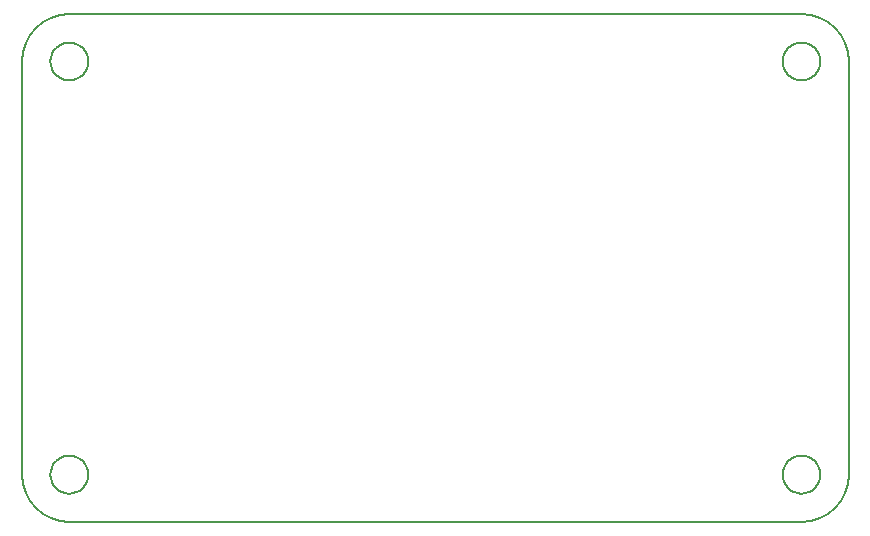
<source format=gm1>
G04 #@! TF.GenerationSoftware,KiCad,Pcbnew,5.0.0-rc2-dev-unknown-e0e0687~62~ubuntu16.04.1*
G04 #@! TF.CreationDate,2018-03-18T12:36:43+01:00*
G04 #@! TF.ProjectId,GhostESP32,47686F737445535033322E6B69636164,rev?*
G04 #@! TF.SameCoordinates,Original*
G04 #@! TF.FileFunction,Profile,NP*
%FSLAX46Y46*%
G04 Gerber Fmt 4.6, Leading zero omitted, Abs format (unit mm)*
G04 Created by KiCad (PCBNEW 5.0.0-rc2-dev-unknown-e0e0687~62~ubuntu16.04.1) date Sun Mar 18 12:36:43 2018*
%MOMM*%
%LPD*%
G01*
G04 APERTURE LIST*
%ADD10C,0.200000*%
G04 APERTURE END LIST*
D10*
X161012300Y-83921800D02*
X161324400Y-83952600D01*
X99012280Y-124521800D02*
X161012300Y-124521800D01*
X162490500Y-84909500D02*
X162581500Y-85209700D01*
X162581500Y-120209670D02*
X162612300Y-120521800D01*
X162490500Y-119909510D02*
X162581500Y-120209670D01*
X99901200Y-121852150D02*
X99624590Y-122000010D01*
X100581540Y-120833950D02*
X100490500Y-121134100D01*
X163234600Y-123847682D02*
X163840700Y-123350230D01*
X161324400Y-83952600D02*
X161624600Y-84043600D01*
X100143660Y-119390440D02*
X100342640Y-119632900D01*
X159681900Y-121410720D02*
X159534100Y-121134100D01*
X160123400Y-84191500D02*
X160400000Y-84043600D01*
X159443000Y-85209700D02*
X159534100Y-84909500D01*
X96183870Y-82693400D02*
X95686418Y-83299500D01*
X163234600Y-82195900D02*
X162543000Y-81826300D01*
X98400000Y-122000010D02*
X98123380Y-121852150D01*
X97880920Y-119390440D02*
X98123380Y-119191460D01*
X95089158Y-84741500D02*
X95012300Y-85521800D01*
X97443040Y-120209670D02*
X97534090Y-119909510D01*
X162543000Y-81826300D02*
X161792600Y-81598700D01*
X165012300Y-85521800D02*
X164935400Y-84741500D01*
X97880920Y-86653200D02*
X97681950Y-86410700D01*
X100143660Y-121653180D02*
X99901200Y-121852150D01*
X164707800Y-83991100D02*
X164338200Y-83299500D01*
X159880900Y-121653180D02*
X159681900Y-121410720D01*
X100612290Y-120521800D02*
X100581540Y-120833950D01*
X162143700Y-86653200D02*
X161901200Y-86852200D01*
X97534090Y-121134100D02*
X97443040Y-120833950D01*
X99624590Y-119043600D02*
X99901200Y-119191460D01*
X100342640Y-121410720D02*
X100143660Y-121653180D01*
X98700150Y-122091060D02*
X98400000Y-122000010D01*
X161624600Y-84043600D02*
X161901200Y-84191500D01*
X95012300Y-85521800D02*
X95012300Y-120521800D01*
X100490500Y-84909500D02*
X100581540Y-85209700D01*
X100490500Y-121134100D02*
X100342640Y-121410720D01*
X161792600Y-124444941D02*
X162543000Y-124217326D01*
X98400000Y-84043600D02*
X98700150Y-83952600D01*
X164935400Y-121302160D02*
X165012300Y-120521800D01*
X97481550Y-124217326D02*
X98231940Y-124444941D01*
X160700200Y-118952560D02*
X161012300Y-118921810D01*
X161012300Y-124521800D02*
X161792600Y-124444941D01*
X100490500Y-86134100D02*
X100342640Y-86410700D01*
X99012300Y-118921810D02*
X99324430Y-118952560D01*
X97681950Y-84632900D02*
X97880920Y-84390400D01*
X99324430Y-122091060D02*
X99012280Y-122121810D01*
X95012300Y-120521800D02*
X95089158Y-121302160D01*
X162581500Y-85833900D02*
X162490500Y-86134100D01*
X159880900Y-119390440D02*
X160123400Y-119191460D01*
X97681950Y-119632900D02*
X97880920Y-119390440D01*
X97443040Y-120833950D02*
X97412290Y-120521800D01*
X97412290Y-120521800D02*
X97443040Y-120209670D01*
X99324430Y-118952560D02*
X99624590Y-119043600D01*
X99624590Y-122000010D02*
X99324430Y-122091060D01*
X162490500Y-86134100D02*
X162342600Y-86410700D01*
X95089158Y-121302160D02*
X95316774Y-122052550D01*
X159880900Y-84390400D02*
X160123400Y-84191500D01*
X160700200Y-83952600D02*
X161012300Y-83921800D01*
X162581500Y-120833950D02*
X162490500Y-121134100D01*
X162612300Y-120521800D02*
X162581500Y-120833950D01*
X161624600Y-87000000D02*
X161324400Y-87091100D01*
X100342640Y-119632900D02*
X100490500Y-119909510D01*
X99324430Y-83952600D02*
X99624590Y-84043600D01*
X160400000Y-119043600D02*
X160700200Y-118952560D01*
X162342600Y-86410700D02*
X162143700Y-86653200D01*
X164707800Y-122052550D02*
X164935400Y-121302160D01*
X161901200Y-119191460D02*
X162143700Y-119390440D01*
X161624600Y-119043600D02*
X161901200Y-119191460D01*
X100490500Y-119909510D02*
X100581540Y-120209670D01*
X159681900Y-86410700D02*
X159534100Y-86134100D01*
X96790010Y-123847682D02*
X97481550Y-124217326D01*
X160700200Y-87091100D02*
X160400000Y-87000000D01*
X100342640Y-86410700D02*
X100143660Y-86653200D01*
X99324430Y-87091100D02*
X99012280Y-87121800D01*
X159534100Y-121134100D02*
X159443000Y-120833950D01*
X97681950Y-86410700D02*
X97534090Y-86134100D01*
X97534090Y-86134100D02*
X97443040Y-85833900D01*
X95316774Y-122052550D02*
X95686418Y-122744090D01*
X159681900Y-84632900D02*
X159880900Y-84390400D01*
X160123400Y-119191460D02*
X160400000Y-119043600D01*
X100143660Y-86653200D02*
X99901200Y-86852200D01*
X162342600Y-84632900D02*
X162490500Y-84909500D01*
X159534100Y-119909510D02*
X159681900Y-119632900D01*
X99901200Y-119191460D02*
X100143660Y-119390440D01*
X98700150Y-87091100D02*
X98400000Y-87000000D01*
X98123380Y-121852150D02*
X97880920Y-121653180D01*
X98123380Y-86852200D02*
X97880920Y-86653200D01*
X160700200Y-122091060D02*
X160400000Y-122000010D01*
X100143660Y-84390400D02*
X100342640Y-84632900D01*
X95686418Y-83299500D02*
X95316774Y-83991100D01*
X162342600Y-119632900D02*
X162490500Y-119909510D01*
X162143700Y-119390440D02*
X162342600Y-119632900D01*
X162612300Y-85521800D02*
X162581500Y-85833900D01*
X99012280Y-122121810D02*
X98700150Y-122091060D01*
X160123400Y-121852150D02*
X159880900Y-121653180D01*
X162143700Y-121653180D02*
X161901200Y-121852150D01*
X162342600Y-121410720D02*
X162143700Y-121653180D01*
X162490500Y-121134100D02*
X162342600Y-121410720D01*
X97481550Y-81826300D02*
X96790010Y-82195900D01*
X96183870Y-123350230D02*
X96790010Y-123847682D01*
X160400000Y-84043600D02*
X160700200Y-83952600D01*
X159443000Y-85833900D02*
X159412300Y-85521800D01*
X97412290Y-85521800D02*
X97443040Y-85209700D01*
X161324400Y-118952560D02*
X161624600Y-119043600D01*
X98123380Y-119191460D02*
X98400000Y-119043600D01*
X99624590Y-87000000D02*
X99324430Y-87091100D01*
X162581500Y-85209700D02*
X162612300Y-85521800D01*
X159443000Y-120833950D02*
X159412300Y-120521800D01*
X159534100Y-84909500D02*
X159681900Y-84632900D01*
X95686418Y-122744090D02*
X96183870Y-123350230D01*
X100581540Y-85833900D02*
X100490500Y-86134100D01*
X99901200Y-86852200D02*
X99624590Y-87000000D01*
X163840700Y-82693400D02*
X163234600Y-82195900D01*
X161012300Y-81521800D02*
X99012300Y-81521800D01*
X164338200Y-83299500D02*
X163840700Y-82693400D01*
X97534090Y-119909510D02*
X97681950Y-119632900D01*
X161901200Y-84191500D02*
X162143700Y-84390400D01*
X161792600Y-81598700D02*
X161012300Y-81521800D01*
X97681950Y-121410720D02*
X97534090Y-121134100D01*
X98700150Y-118952560D02*
X99012300Y-118921810D01*
X159412300Y-120521800D02*
X159443000Y-120209670D01*
X100581540Y-85209700D02*
X100612290Y-85521800D01*
X97443040Y-85209700D02*
X97534090Y-84909500D01*
X161012300Y-118921810D02*
X161324400Y-118952560D01*
X160123400Y-86852200D02*
X159880900Y-86653200D01*
X160400000Y-122000010D02*
X160123400Y-121852150D01*
X99012300Y-81521800D02*
X98231940Y-81598700D01*
X164935400Y-84741500D02*
X164707800Y-83991100D01*
X165012300Y-120521800D02*
X165012300Y-85521800D01*
X95316774Y-83991100D02*
X95089158Y-84741500D01*
X100612290Y-85521800D02*
X100581540Y-85833900D01*
X98400000Y-119043600D02*
X98700150Y-118952560D01*
X159443000Y-120209670D02*
X159534100Y-119909510D01*
X161901200Y-86852200D02*
X161624600Y-87000000D01*
X161012300Y-87121800D02*
X160700200Y-87091100D01*
X162143700Y-84390400D02*
X162342600Y-84632900D01*
X162543000Y-124217326D02*
X163234600Y-123847682D01*
X99624590Y-84043600D02*
X99901200Y-84191500D01*
X161324400Y-87091100D02*
X161012300Y-87121800D01*
X100342640Y-84632900D02*
X100490500Y-84909500D01*
X159880900Y-86653200D02*
X159681900Y-86410700D01*
X98400000Y-87000000D02*
X98123380Y-86852200D01*
X97880920Y-121653180D02*
X97681950Y-121410720D01*
X98231940Y-124444941D02*
X99012280Y-124521800D01*
X159534100Y-86134100D02*
X159443000Y-85833900D01*
X161324400Y-122091060D02*
X161012300Y-122121810D01*
X161624600Y-122000010D02*
X161324400Y-122091060D01*
X161901200Y-121852150D02*
X161624600Y-122000010D01*
X100581540Y-120209670D02*
X100612290Y-120521800D01*
X159681900Y-119632900D02*
X159880900Y-119390440D01*
X161012300Y-122121810D02*
X160700200Y-122091060D01*
X98231940Y-81598700D02*
X97481550Y-81826300D01*
X99012300Y-83921800D02*
X99324430Y-83952600D01*
X97534090Y-84909500D02*
X97681950Y-84632900D01*
X98123380Y-84191500D02*
X98400000Y-84043600D01*
X163840700Y-123350230D02*
X164338200Y-122744090D01*
X99901200Y-84191500D02*
X100143660Y-84390400D01*
X97443040Y-85833900D02*
X97412290Y-85521800D01*
X97880920Y-84390400D02*
X98123380Y-84191500D01*
X164338200Y-122744090D02*
X164707800Y-122052550D01*
X98700150Y-83952600D02*
X99012300Y-83921800D01*
X96790010Y-82195900D02*
X96183870Y-82693400D01*
X159412300Y-85521800D02*
X159443000Y-85209700D01*
X99012280Y-87121800D02*
X98700150Y-87091100D01*
X160400000Y-87000000D02*
X160123400Y-86852200D01*
M02*

</source>
